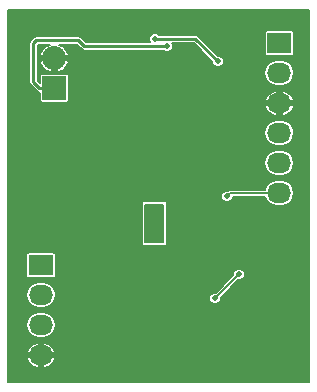
<source format=gbl>
G04 #@! TF.FileFunction,Copper,L2,Bot,Signal*
%FSLAX46Y46*%
G04 Gerber Fmt 4.6, Leading zero omitted, Abs format (unit mm)*
G04 Created by KiCad (PCBNEW (after 2015-mar-04 BZR unknown)-product) date Thu 19 Nov 2015 08:04:08 PM EST*
%MOMM*%
G01*
G04 APERTURE LIST*
%ADD10C,0.100000*%
%ADD11R,2.032000X2.032000*%
%ADD12O,2.032000X2.032000*%
%ADD13R,2.032000X1.727200*%
%ADD14O,2.032000X1.727200*%
%ADD15C,0.508000*%
%ADD16C,0.250000*%
%ADD17C,0.152400*%
G04 APERTURE END LIST*
D10*
D11*
X130175000Y-63881000D03*
D12*
X130175000Y-61341000D03*
D13*
X149225000Y-60071000D03*
D14*
X149225000Y-62611000D03*
X149225000Y-65151000D03*
X149225000Y-67691000D03*
X149225000Y-70231000D03*
X149225000Y-72771000D03*
D13*
X129032000Y-78867000D03*
D14*
X129032000Y-81407000D03*
X129032000Y-83947000D03*
X129032000Y-86487000D03*
D15*
X141732000Y-81915000D03*
X143383000Y-78740000D03*
X140208000Y-77724000D03*
X128016000Y-73406000D03*
X129286000Y-73279000D03*
X135001000Y-71374000D03*
X148209000Y-79375000D03*
X147574000Y-76962000D03*
X130556000Y-75692000D03*
X131445000Y-77089000D03*
X139700000Y-64516000D03*
X143637000Y-58801000D03*
X139954000Y-65913000D03*
X139827000Y-63119000D03*
X139700000Y-61214000D03*
X139700000Y-60325000D03*
X139065000Y-75946000D03*
X138684000Y-73914000D03*
X138176000Y-74422000D03*
X138176000Y-75946000D03*
X138176000Y-76581000D03*
X139065000Y-76581000D03*
X138684000Y-59690000D03*
X144018000Y-61595000D03*
X144780000Y-73025000D03*
X143764000Y-81661000D03*
X145796000Y-79629000D03*
D16*
X130175000Y-63881000D02*
X128905000Y-63881000D01*
X139700000Y-60325000D02*
X132715000Y-60325000D01*
X132715000Y-60325000D02*
X132207000Y-59817000D01*
X132207000Y-59817000D02*
X128651000Y-59817000D01*
X128651000Y-59817000D02*
X128397000Y-60071000D01*
X128397000Y-60071000D02*
X128397000Y-63373000D01*
X128397000Y-63373000D02*
X128905000Y-63881000D01*
X139065000Y-75946000D02*
X139065000Y-74041000D01*
X138176000Y-75946000D02*
X139065000Y-75946000D01*
X139065000Y-74041000D02*
X138684000Y-73914000D01*
X138176000Y-75946000D02*
X138176000Y-74422000D01*
X139065000Y-76581000D02*
X138176000Y-76581000D01*
X142113000Y-59690000D02*
X138684000Y-59690000D01*
X144018000Y-61595000D02*
X142113000Y-59690000D01*
D17*
X145034000Y-72771000D02*
X149225000Y-72771000D01*
X144780000Y-73025000D02*
X145034000Y-72771000D01*
X145796000Y-79629000D02*
X143764000Y-81661000D01*
G36*
X151721400Y-88721400D02*
X151000000Y-88721400D01*
X150493983Y-88721400D01*
X150493983Y-72771000D01*
X150493983Y-70231000D01*
X150493983Y-67691000D01*
X150493983Y-62611000D01*
X150474079Y-62510936D01*
X150474079Y-60934600D01*
X150474079Y-59207400D01*
X150457167Y-59120236D01*
X150406842Y-59043626D01*
X150330871Y-58992344D01*
X150241000Y-58974321D01*
X148209000Y-58974321D01*
X148121836Y-58991233D01*
X148045226Y-59041558D01*
X147993944Y-59117529D01*
X147975921Y-59207400D01*
X147975921Y-60934600D01*
X147992833Y-61021764D01*
X148043158Y-61098374D01*
X148119129Y-61149656D01*
X148209000Y-61167679D01*
X150241000Y-61167679D01*
X150328164Y-61150767D01*
X150404774Y-61100442D01*
X150456056Y-61024471D01*
X150474079Y-60934600D01*
X150474079Y-62510936D01*
X150410844Y-62193033D01*
X150174085Y-61838698D01*
X149819750Y-61601939D01*
X149401783Y-61518800D01*
X149048217Y-61518800D01*
X148630250Y-61601939D01*
X148275915Y-61838698D01*
X148039156Y-62193033D01*
X147956017Y-62611000D01*
X148039156Y-63028967D01*
X148275915Y-63383302D01*
X148630250Y-63620061D01*
X149048217Y-63703200D01*
X149401783Y-63703200D01*
X149819750Y-63620061D01*
X150174085Y-63383302D01*
X150410844Y-63028967D01*
X150493983Y-62611000D01*
X150493983Y-67691000D01*
X150413950Y-67288647D01*
X150413950Y-65495190D01*
X150413950Y-64806810D01*
X150274266Y-64530786D01*
X149968650Y-64234781D01*
X149573022Y-64078262D01*
X149402800Y-64118017D01*
X149402800Y-64973200D01*
X150397064Y-64973200D01*
X150413950Y-64806810D01*
X150413950Y-65495190D01*
X150397064Y-65328800D01*
X149402800Y-65328800D01*
X149402800Y-66183983D01*
X149573022Y-66223738D01*
X149968650Y-66067219D01*
X150274266Y-65771214D01*
X150413950Y-65495190D01*
X150413950Y-67288647D01*
X150410844Y-67273033D01*
X150174085Y-66918698D01*
X149819750Y-66681939D01*
X149401783Y-66598800D01*
X149048217Y-66598800D01*
X149047200Y-66599002D01*
X149047200Y-66183983D01*
X149047200Y-65328800D01*
X149047200Y-64973200D01*
X149047200Y-64118017D01*
X148876978Y-64078262D01*
X148481350Y-64234781D01*
X148175734Y-64530786D01*
X148036050Y-64806810D01*
X148052936Y-64973200D01*
X149047200Y-64973200D01*
X149047200Y-65328800D01*
X148052936Y-65328800D01*
X148036050Y-65495190D01*
X148175734Y-65771214D01*
X148481350Y-66067219D01*
X148876978Y-66223738D01*
X149047200Y-66183983D01*
X149047200Y-66599002D01*
X148630250Y-66681939D01*
X148275915Y-66918698D01*
X148039156Y-67273033D01*
X147956017Y-67691000D01*
X148039156Y-68108967D01*
X148275915Y-68463302D01*
X148630250Y-68700061D01*
X149048217Y-68783200D01*
X149401783Y-68783200D01*
X149819750Y-68700061D01*
X150174085Y-68463302D01*
X150410844Y-68108967D01*
X150493983Y-67691000D01*
X150493983Y-70231000D01*
X150410844Y-69813033D01*
X150174085Y-69458698D01*
X149819750Y-69221939D01*
X149401783Y-69138800D01*
X149048217Y-69138800D01*
X148630250Y-69221939D01*
X148275915Y-69458698D01*
X148039156Y-69813033D01*
X147956017Y-70231000D01*
X148039156Y-70648967D01*
X148275915Y-71003302D01*
X148630250Y-71240061D01*
X149048217Y-71323200D01*
X149401783Y-71323200D01*
X149819750Y-71240061D01*
X150174085Y-71003302D01*
X150410844Y-70648967D01*
X150493983Y-70231000D01*
X150493983Y-72771000D01*
X150410844Y-72353033D01*
X150174085Y-71998698D01*
X149819750Y-71761939D01*
X149401783Y-71678800D01*
X149048217Y-71678800D01*
X148630250Y-71761939D01*
X148275915Y-71998698D01*
X148039156Y-72353033D01*
X148016645Y-72466200D01*
X145034000Y-72466200D01*
X144917358Y-72489402D01*
X144837965Y-72542450D01*
X144684426Y-72542316D01*
X144506986Y-72615633D01*
X144500684Y-72621924D01*
X144500684Y-61499426D01*
X144427367Y-61321986D01*
X144291728Y-61186110D01*
X144114416Y-61112484D01*
X144035480Y-61112414D01*
X142363033Y-59439967D01*
X142248317Y-59363316D01*
X142113000Y-59336400D01*
X139012921Y-59336400D01*
X138957728Y-59281110D01*
X138780416Y-59207484D01*
X138588426Y-59207316D01*
X138410986Y-59280633D01*
X138275110Y-59416272D01*
X138201484Y-59593584D01*
X138201316Y-59785574D01*
X138274633Y-59963014D01*
X138283004Y-59971400D01*
X132861466Y-59971400D01*
X132457033Y-59566967D01*
X132342317Y-59490316D01*
X132207000Y-59463400D01*
X128651000Y-59463400D01*
X128515683Y-59490316D01*
X128400967Y-59566967D01*
X128146967Y-59820967D01*
X128070316Y-59935683D01*
X128043400Y-60071000D01*
X128043400Y-63373000D01*
X128070316Y-63508317D01*
X128146967Y-63623033D01*
X128654967Y-64131033D01*
X128769683Y-64207684D01*
X128905000Y-64234600D01*
X128925921Y-64234600D01*
X128925921Y-64897000D01*
X128942833Y-64984164D01*
X128993158Y-65060774D01*
X129069129Y-65112056D01*
X129159000Y-65130079D01*
X131191000Y-65130079D01*
X131278164Y-65113167D01*
X131354774Y-65062842D01*
X131406056Y-64986871D01*
X131424079Y-64897000D01*
X131424079Y-62865000D01*
X131407167Y-62777836D01*
X131363855Y-62711901D01*
X131363855Y-61709312D01*
X131349063Y-61518800D01*
X130352800Y-61518800D01*
X130352800Y-62515701D01*
X130543315Y-62529871D01*
X130970240Y-62298426D01*
X131276097Y-61921221D01*
X131363855Y-61709312D01*
X131363855Y-62711901D01*
X131356842Y-62701226D01*
X131280871Y-62649944D01*
X131191000Y-62631921D01*
X129997200Y-62631921D01*
X129997200Y-62515701D01*
X129997200Y-61518800D01*
X129000937Y-61518800D01*
X128986145Y-61709312D01*
X129073903Y-61921221D01*
X129379760Y-62298426D01*
X129806685Y-62529871D01*
X129997200Y-62515701D01*
X129997200Y-62631921D01*
X129159000Y-62631921D01*
X129071836Y-62648833D01*
X128995226Y-62699158D01*
X128943944Y-62775129D01*
X128925921Y-62865000D01*
X128925921Y-63401855D01*
X128750600Y-63226534D01*
X128750600Y-60217466D01*
X128797466Y-60170600D01*
X129772613Y-60170600D01*
X129379760Y-60383574D01*
X129073903Y-60760779D01*
X128986145Y-60972688D01*
X129000937Y-61163200D01*
X129997200Y-61163200D01*
X129997200Y-61143200D01*
X130352800Y-61143200D01*
X130352800Y-61163200D01*
X131349063Y-61163200D01*
X131363855Y-60972688D01*
X131276097Y-60760779D01*
X130970240Y-60383574D01*
X130577386Y-60170600D01*
X132060534Y-60170600D01*
X132464967Y-60575033D01*
X132579683Y-60651684D01*
X132715000Y-60678600D01*
X139371078Y-60678600D01*
X139426272Y-60733890D01*
X139603584Y-60807516D01*
X139795574Y-60807684D01*
X139973014Y-60734367D01*
X140108890Y-60598728D01*
X140182516Y-60421416D01*
X140182684Y-60229426D01*
X140109367Y-60051986D01*
X140100995Y-60043600D01*
X141966534Y-60043600D01*
X143535384Y-61612450D01*
X143535316Y-61690574D01*
X143608633Y-61868014D01*
X143744272Y-62003890D01*
X143921584Y-62077516D01*
X144113574Y-62077684D01*
X144291014Y-62004367D01*
X144426890Y-61868728D01*
X144500516Y-61691416D01*
X144500684Y-61499426D01*
X144500684Y-72621924D01*
X144371110Y-72751272D01*
X144297484Y-72928584D01*
X144297316Y-73120574D01*
X144370633Y-73298014D01*
X144506272Y-73433890D01*
X144683584Y-73507516D01*
X144875574Y-73507684D01*
X145053014Y-73434367D01*
X145188890Y-73298728D01*
X145262516Y-73121416D01*
X145262555Y-73075800D01*
X148016645Y-73075800D01*
X148039156Y-73188967D01*
X148275915Y-73543302D01*
X148630250Y-73780061D01*
X149048217Y-73863200D01*
X149401783Y-73863200D01*
X149819750Y-73780061D01*
X150174085Y-73543302D01*
X150410844Y-73188967D01*
X150493983Y-72771000D01*
X150493983Y-88721400D01*
X146278684Y-88721400D01*
X146278684Y-79533426D01*
X146205367Y-79355986D01*
X146069728Y-79220110D01*
X145892416Y-79146484D01*
X145700426Y-79146316D01*
X145522986Y-79219633D01*
X145387110Y-79355272D01*
X145313484Y-79532584D01*
X145313354Y-79680593D01*
X143815503Y-81178444D01*
X143668426Y-81178316D01*
X143490986Y-81251633D01*
X143355110Y-81387272D01*
X143281484Y-81564584D01*
X143281316Y-81756574D01*
X143354633Y-81934014D01*
X143490272Y-82069890D01*
X143667584Y-82143516D01*
X143859574Y-82143684D01*
X144037014Y-82070367D01*
X144172890Y-81934728D01*
X144246516Y-81757416D01*
X144246645Y-81609406D01*
X145744496Y-80111555D01*
X145891574Y-80111684D01*
X146069014Y-80038367D01*
X146204890Y-79902728D01*
X146278516Y-79725416D01*
X146278684Y-79533426D01*
X146278684Y-88721400D01*
X139674600Y-88721400D01*
X139674600Y-77190600D01*
X139674600Y-73431400D01*
X138684421Y-73431400D01*
X138588426Y-73431316D01*
X138588222Y-73431400D01*
X137566400Y-73431400D01*
X137566400Y-77190600D01*
X139674600Y-77190600D01*
X139674600Y-88721400D01*
X130300983Y-88721400D01*
X130300983Y-83947000D01*
X130300983Y-81407000D01*
X130281079Y-81306936D01*
X130281079Y-79730600D01*
X130281079Y-78003400D01*
X130264167Y-77916236D01*
X130213842Y-77839626D01*
X130137871Y-77788344D01*
X130048000Y-77770321D01*
X128016000Y-77770321D01*
X127928836Y-77787233D01*
X127852226Y-77837558D01*
X127800944Y-77913529D01*
X127782921Y-78003400D01*
X127782921Y-79730600D01*
X127799833Y-79817764D01*
X127850158Y-79894374D01*
X127926129Y-79945656D01*
X128016000Y-79963679D01*
X130048000Y-79963679D01*
X130135164Y-79946767D01*
X130211774Y-79896442D01*
X130263056Y-79820471D01*
X130281079Y-79730600D01*
X130281079Y-81306936D01*
X130217844Y-80989033D01*
X129981085Y-80634698D01*
X129626750Y-80397939D01*
X129208783Y-80314800D01*
X128855217Y-80314800D01*
X128437250Y-80397939D01*
X128082915Y-80634698D01*
X127846156Y-80989033D01*
X127763017Y-81407000D01*
X127846156Y-81824967D01*
X128082915Y-82179302D01*
X128437250Y-82416061D01*
X128855217Y-82499200D01*
X129208783Y-82499200D01*
X129626750Y-82416061D01*
X129981085Y-82179302D01*
X130217844Y-81824967D01*
X130300983Y-81407000D01*
X130300983Y-83947000D01*
X130217844Y-83529033D01*
X129981085Y-83174698D01*
X129626750Y-82937939D01*
X129208783Y-82854800D01*
X128855217Y-82854800D01*
X128437250Y-82937939D01*
X128082915Y-83174698D01*
X127846156Y-83529033D01*
X127763017Y-83947000D01*
X127846156Y-84364967D01*
X128082915Y-84719302D01*
X128437250Y-84956061D01*
X128855217Y-85039200D01*
X129208783Y-85039200D01*
X129626750Y-84956061D01*
X129981085Y-84719302D01*
X130217844Y-84364967D01*
X130300983Y-83947000D01*
X130300983Y-88721400D01*
X130220950Y-88721400D01*
X130220950Y-86831190D01*
X130220950Y-86142810D01*
X130081266Y-85866786D01*
X129775650Y-85570781D01*
X129380022Y-85414262D01*
X129209800Y-85454017D01*
X129209800Y-86309200D01*
X130204064Y-86309200D01*
X130220950Y-86142810D01*
X130220950Y-86831190D01*
X130204064Y-86664800D01*
X129209800Y-86664800D01*
X129209800Y-87519983D01*
X129380022Y-87559738D01*
X129775650Y-87403219D01*
X130081266Y-87107214D01*
X130220950Y-86831190D01*
X130220950Y-88721400D01*
X128854200Y-88721400D01*
X128854200Y-87519983D01*
X128854200Y-86664800D01*
X128854200Y-86309200D01*
X128854200Y-85454017D01*
X128683978Y-85414262D01*
X128288350Y-85570781D01*
X127982734Y-85866786D01*
X127843050Y-86142810D01*
X127859936Y-86309200D01*
X128854200Y-86309200D01*
X128854200Y-86664800D01*
X127859936Y-86664800D01*
X127843050Y-86831190D01*
X127982734Y-87107214D01*
X128288350Y-87403219D01*
X128683978Y-87559738D01*
X128854200Y-87519983D01*
X128854200Y-88721400D01*
X126278600Y-88721400D01*
X126278600Y-57278600D01*
X151721400Y-57278600D01*
X151721400Y-88721400D01*
X151721400Y-88721400D01*
G37*
X151721400Y-88721400D02*
X151000000Y-88721400D01*
X150493983Y-88721400D01*
X150493983Y-72771000D01*
X150493983Y-70231000D01*
X150493983Y-67691000D01*
X150493983Y-62611000D01*
X150474079Y-62510936D01*
X150474079Y-60934600D01*
X150474079Y-59207400D01*
X150457167Y-59120236D01*
X150406842Y-59043626D01*
X150330871Y-58992344D01*
X150241000Y-58974321D01*
X148209000Y-58974321D01*
X148121836Y-58991233D01*
X148045226Y-59041558D01*
X147993944Y-59117529D01*
X147975921Y-59207400D01*
X147975921Y-60934600D01*
X147992833Y-61021764D01*
X148043158Y-61098374D01*
X148119129Y-61149656D01*
X148209000Y-61167679D01*
X150241000Y-61167679D01*
X150328164Y-61150767D01*
X150404774Y-61100442D01*
X150456056Y-61024471D01*
X150474079Y-60934600D01*
X150474079Y-62510936D01*
X150410844Y-62193033D01*
X150174085Y-61838698D01*
X149819750Y-61601939D01*
X149401783Y-61518800D01*
X149048217Y-61518800D01*
X148630250Y-61601939D01*
X148275915Y-61838698D01*
X148039156Y-62193033D01*
X147956017Y-62611000D01*
X148039156Y-63028967D01*
X148275915Y-63383302D01*
X148630250Y-63620061D01*
X149048217Y-63703200D01*
X149401783Y-63703200D01*
X149819750Y-63620061D01*
X150174085Y-63383302D01*
X150410844Y-63028967D01*
X150493983Y-62611000D01*
X150493983Y-67691000D01*
X150413950Y-67288647D01*
X150413950Y-65495190D01*
X150413950Y-64806810D01*
X150274266Y-64530786D01*
X149968650Y-64234781D01*
X149573022Y-64078262D01*
X149402800Y-64118017D01*
X149402800Y-64973200D01*
X150397064Y-64973200D01*
X150413950Y-64806810D01*
X150413950Y-65495190D01*
X150397064Y-65328800D01*
X149402800Y-65328800D01*
X149402800Y-66183983D01*
X149573022Y-66223738D01*
X149968650Y-66067219D01*
X150274266Y-65771214D01*
X150413950Y-65495190D01*
X150413950Y-67288647D01*
X150410844Y-67273033D01*
X150174085Y-66918698D01*
X149819750Y-66681939D01*
X149401783Y-66598800D01*
X149048217Y-66598800D01*
X149047200Y-66599002D01*
X149047200Y-66183983D01*
X149047200Y-65328800D01*
X149047200Y-64973200D01*
X149047200Y-64118017D01*
X148876978Y-64078262D01*
X148481350Y-64234781D01*
X148175734Y-64530786D01*
X148036050Y-64806810D01*
X148052936Y-64973200D01*
X149047200Y-64973200D01*
X149047200Y-65328800D01*
X148052936Y-65328800D01*
X148036050Y-65495190D01*
X148175734Y-65771214D01*
X148481350Y-66067219D01*
X148876978Y-66223738D01*
X149047200Y-66183983D01*
X149047200Y-66599002D01*
X148630250Y-66681939D01*
X148275915Y-66918698D01*
X148039156Y-67273033D01*
X147956017Y-67691000D01*
X148039156Y-68108967D01*
X148275915Y-68463302D01*
X148630250Y-68700061D01*
X149048217Y-68783200D01*
X149401783Y-68783200D01*
X149819750Y-68700061D01*
X150174085Y-68463302D01*
X150410844Y-68108967D01*
X150493983Y-67691000D01*
X150493983Y-70231000D01*
X150410844Y-69813033D01*
X150174085Y-69458698D01*
X149819750Y-69221939D01*
X149401783Y-69138800D01*
X149048217Y-69138800D01*
X148630250Y-69221939D01*
X148275915Y-69458698D01*
X148039156Y-69813033D01*
X147956017Y-70231000D01*
X148039156Y-70648967D01*
X148275915Y-71003302D01*
X148630250Y-71240061D01*
X149048217Y-71323200D01*
X149401783Y-71323200D01*
X149819750Y-71240061D01*
X150174085Y-71003302D01*
X150410844Y-70648967D01*
X150493983Y-70231000D01*
X150493983Y-72771000D01*
X150410844Y-72353033D01*
X150174085Y-71998698D01*
X149819750Y-71761939D01*
X149401783Y-71678800D01*
X149048217Y-71678800D01*
X148630250Y-71761939D01*
X148275915Y-71998698D01*
X148039156Y-72353033D01*
X148016645Y-72466200D01*
X145034000Y-72466200D01*
X144917358Y-72489402D01*
X144837965Y-72542450D01*
X144684426Y-72542316D01*
X144506986Y-72615633D01*
X144500684Y-72621924D01*
X144500684Y-61499426D01*
X144427367Y-61321986D01*
X144291728Y-61186110D01*
X144114416Y-61112484D01*
X144035480Y-61112414D01*
X142363033Y-59439967D01*
X142248317Y-59363316D01*
X142113000Y-59336400D01*
X139012921Y-59336400D01*
X138957728Y-59281110D01*
X138780416Y-59207484D01*
X138588426Y-59207316D01*
X138410986Y-59280633D01*
X138275110Y-59416272D01*
X138201484Y-59593584D01*
X138201316Y-59785574D01*
X138274633Y-59963014D01*
X138283004Y-59971400D01*
X132861466Y-59971400D01*
X132457033Y-59566967D01*
X132342317Y-59490316D01*
X132207000Y-59463400D01*
X128651000Y-59463400D01*
X128515683Y-59490316D01*
X128400967Y-59566967D01*
X128146967Y-59820967D01*
X128070316Y-59935683D01*
X128043400Y-60071000D01*
X128043400Y-63373000D01*
X128070316Y-63508317D01*
X128146967Y-63623033D01*
X128654967Y-64131033D01*
X128769683Y-64207684D01*
X128905000Y-64234600D01*
X128925921Y-64234600D01*
X128925921Y-64897000D01*
X128942833Y-64984164D01*
X128993158Y-65060774D01*
X129069129Y-65112056D01*
X129159000Y-65130079D01*
X131191000Y-65130079D01*
X131278164Y-65113167D01*
X131354774Y-65062842D01*
X131406056Y-64986871D01*
X131424079Y-64897000D01*
X131424079Y-62865000D01*
X131407167Y-62777836D01*
X131363855Y-62711901D01*
X131363855Y-61709312D01*
X131349063Y-61518800D01*
X130352800Y-61518800D01*
X130352800Y-62515701D01*
X130543315Y-62529871D01*
X130970240Y-62298426D01*
X131276097Y-61921221D01*
X131363855Y-61709312D01*
X131363855Y-62711901D01*
X131356842Y-62701226D01*
X131280871Y-62649944D01*
X131191000Y-62631921D01*
X129997200Y-62631921D01*
X129997200Y-62515701D01*
X129997200Y-61518800D01*
X129000937Y-61518800D01*
X128986145Y-61709312D01*
X129073903Y-61921221D01*
X129379760Y-62298426D01*
X129806685Y-62529871D01*
X129997200Y-62515701D01*
X129997200Y-62631921D01*
X129159000Y-62631921D01*
X129071836Y-62648833D01*
X128995226Y-62699158D01*
X128943944Y-62775129D01*
X128925921Y-62865000D01*
X128925921Y-63401855D01*
X128750600Y-63226534D01*
X128750600Y-60217466D01*
X128797466Y-60170600D01*
X129772613Y-60170600D01*
X129379760Y-60383574D01*
X129073903Y-60760779D01*
X128986145Y-60972688D01*
X129000937Y-61163200D01*
X129997200Y-61163200D01*
X129997200Y-61143200D01*
X130352800Y-61143200D01*
X130352800Y-61163200D01*
X131349063Y-61163200D01*
X131363855Y-60972688D01*
X131276097Y-60760779D01*
X130970240Y-60383574D01*
X130577386Y-60170600D01*
X132060534Y-60170600D01*
X132464967Y-60575033D01*
X132579683Y-60651684D01*
X132715000Y-60678600D01*
X139371078Y-60678600D01*
X139426272Y-60733890D01*
X139603584Y-60807516D01*
X139795574Y-60807684D01*
X139973014Y-60734367D01*
X140108890Y-60598728D01*
X140182516Y-60421416D01*
X140182684Y-60229426D01*
X140109367Y-60051986D01*
X140100995Y-60043600D01*
X141966534Y-60043600D01*
X143535384Y-61612450D01*
X143535316Y-61690574D01*
X143608633Y-61868014D01*
X143744272Y-62003890D01*
X143921584Y-62077516D01*
X144113574Y-62077684D01*
X144291014Y-62004367D01*
X144426890Y-61868728D01*
X144500516Y-61691416D01*
X144500684Y-61499426D01*
X144500684Y-72621924D01*
X144371110Y-72751272D01*
X144297484Y-72928584D01*
X144297316Y-73120574D01*
X144370633Y-73298014D01*
X144506272Y-73433890D01*
X144683584Y-73507516D01*
X144875574Y-73507684D01*
X145053014Y-73434367D01*
X145188890Y-73298728D01*
X145262516Y-73121416D01*
X145262555Y-73075800D01*
X148016645Y-73075800D01*
X148039156Y-73188967D01*
X148275915Y-73543302D01*
X148630250Y-73780061D01*
X149048217Y-73863200D01*
X149401783Y-73863200D01*
X149819750Y-73780061D01*
X150174085Y-73543302D01*
X150410844Y-73188967D01*
X150493983Y-72771000D01*
X150493983Y-88721400D01*
X146278684Y-88721400D01*
X146278684Y-79533426D01*
X146205367Y-79355986D01*
X146069728Y-79220110D01*
X145892416Y-79146484D01*
X145700426Y-79146316D01*
X145522986Y-79219633D01*
X145387110Y-79355272D01*
X145313484Y-79532584D01*
X145313354Y-79680593D01*
X143815503Y-81178444D01*
X143668426Y-81178316D01*
X143490986Y-81251633D01*
X143355110Y-81387272D01*
X143281484Y-81564584D01*
X143281316Y-81756574D01*
X143354633Y-81934014D01*
X143490272Y-82069890D01*
X143667584Y-82143516D01*
X143859574Y-82143684D01*
X144037014Y-82070367D01*
X144172890Y-81934728D01*
X144246516Y-81757416D01*
X144246645Y-81609406D01*
X145744496Y-80111555D01*
X145891574Y-80111684D01*
X146069014Y-80038367D01*
X146204890Y-79902728D01*
X146278516Y-79725416D01*
X146278684Y-79533426D01*
X146278684Y-88721400D01*
X139674600Y-88721400D01*
X139674600Y-77190600D01*
X139674600Y-73431400D01*
X138684421Y-73431400D01*
X138588426Y-73431316D01*
X138588222Y-73431400D01*
X137566400Y-73431400D01*
X137566400Y-77190600D01*
X139674600Y-77190600D01*
X139674600Y-88721400D01*
X130300983Y-88721400D01*
X130300983Y-83947000D01*
X130300983Y-81407000D01*
X130281079Y-81306936D01*
X130281079Y-79730600D01*
X130281079Y-78003400D01*
X130264167Y-77916236D01*
X130213842Y-77839626D01*
X130137871Y-77788344D01*
X130048000Y-77770321D01*
X128016000Y-77770321D01*
X127928836Y-77787233D01*
X127852226Y-77837558D01*
X127800944Y-77913529D01*
X127782921Y-78003400D01*
X127782921Y-79730600D01*
X127799833Y-79817764D01*
X127850158Y-79894374D01*
X127926129Y-79945656D01*
X128016000Y-79963679D01*
X130048000Y-79963679D01*
X130135164Y-79946767D01*
X130211774Y-79896442D01*
X130263056Y-79820471D01*
X130281079Y-79730600D01*
X130281079Y-81306936D01*
X130217844Y-80989033D01*
X129981085Y-80634698D01*
X129626750Y-80397939D01*
X129208783Y-80314800D01*
X128855217Y-80314800D01*
X128437250Y-80397939D01*
X128082915Y-80634698D01*
X127846156Y-80989033D01*
X127763017Y-81407000D01*
X127846156Y-81824967D01*
X128082915Y-82179302D01*
X128437250Y-82416061D01*
X128855217Y-82499200D01*
X129208783Y-82499200D01*
X129626750Y-82416061D01*
X129981085Y-82179302D01*
X130217844Y-81824967D01*
X130300983Y-81407000D01*
X130300983Y-83947000D01*
X130217844Y-83529033D01*
X129981085Y-83174698D01*
X129626750Y-82937939D01*
X129208783Y-82854800D01*
X128855217Y-82854800D01*
X128437250Y-82937939D01*
X128082915Y-83174698D01*
X127846156Y-83529033D01*
X127763017Y-83947000D01*
X127846156Y-84364967D01*
X128082915Y-84719302D01*
X128437250Y-84956061D01*
X128855217Y-85039200D01*
X129208783Y-85039200D01*
X129626750Y-84956061D01*
X129981085Y-84719302D01*
X130217844Y-84364967D01*
X130300983Y-83947000D01*
X130300983Y-88721400D01*
X130220950Y-88721400D01*
X130220950Y-86831190D01*
X130220950Y-86142810D01*
X130081266Y-85866786D01*
X129775650Y-85570781D01*
X129380022Y-85414262D01*
X129209800Y-85454017D01*
X129209800Y-86309200D01*
X130204064Y-86309200D01*
X130220950Y-86142810D01*
X130220950Y-86831190D01*
X130204064Y-86664800D01*
X129209800Y-86664800D01*
X129209800Y-87519983D01*
X129380022Y-87559738D01*
X129775650Y-87403219D01*
X130081266Y-87107214D01*
X130220950Y-86831190D01*
X130220950Y-88721400D01*
X128854200Y-88721400D01*
X128854200Y-87519983D01*
X128854200Y-86664800D01*
X128854200Y-86309200D01*
X128854200Y-85454017D01*
X128683978Y-85414262D01*
X128288350Y-85570781D01*
X127982734Y-85866786D01*
X127843050Y-86142810D01*
X127859936Y-86309200D01*
X128854200Y-86309200D01*
X128854200Y-86664800D01*
X127859936Y-86664800D01*
X127843050Y-86831190D01*
X127982734Y-87107214D01*
X128288350Y-87403219D01*
X128683978Y-87559738D01*
X128854200Y-87519983D01*
X128854200Y-88721400D01*
X126278600Y-88721400D01*
X126278600Y-57278600D01*
X151721400Y-57278600D01*
X151721400Y-88721400D01*
G36*
X139369800Y-76885800D02*
X137871200Y-76885800D01*
X137871200Y-73736200D01*
X139369800Y-73736200D01*
X139369800Y-76885800D01*
X139369800Y-76885800D01*
G37*
X139369800Y-76885800D02*
X137871200Y-76885800D01*
X137871200Y-73736200D01*
X139369800Y-73736200D01*
X139369800Y-76885800D01*
M02*

</source>
